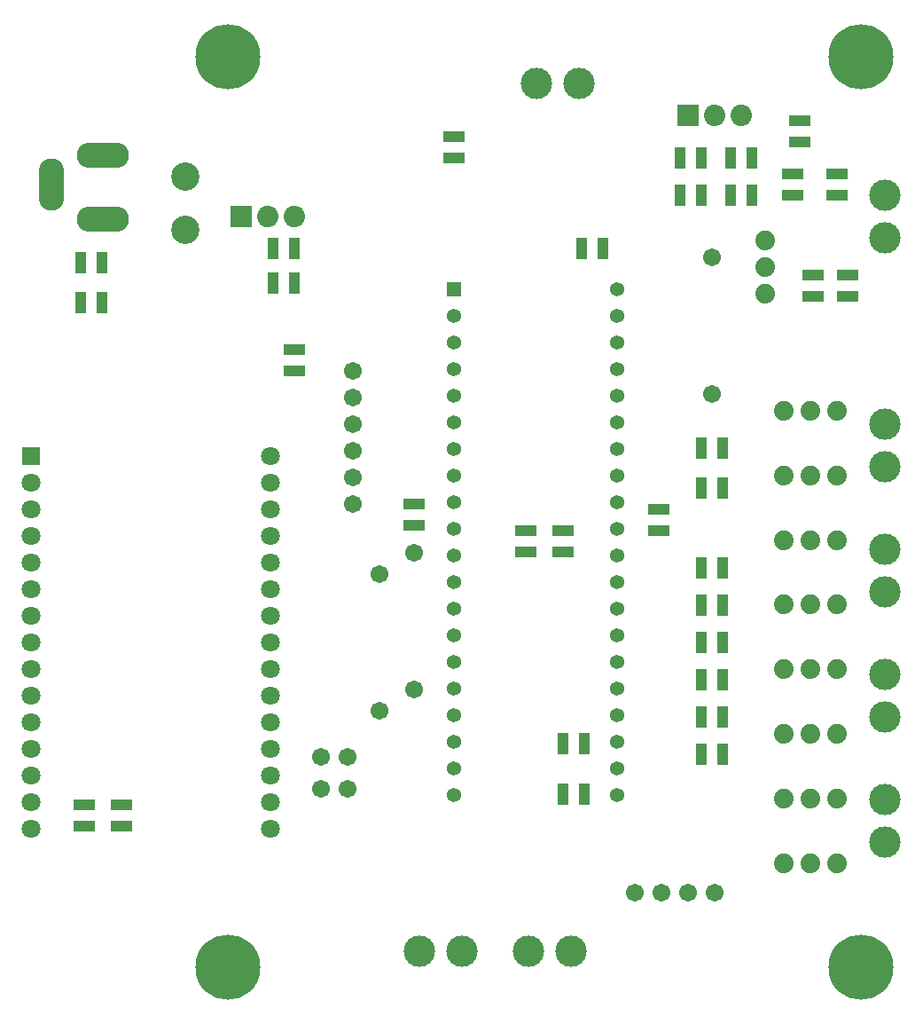
<source format=gbs>
G04 Layer_Color=16711935*
%FSLAX44Y44*%
%MOMM*%
G71*
G01*
G75*
%ADD23C,3.0000*%
%ADD34R,1.0922X2.1082*%
%ADD35R,2.1082X1.0922*%
%ADD36C,1.3622*%
%ADD37R,1.3622X1.3622*%
%ADD38R,1.8032X1.8032*%
%ADD39C,1.8032*%
%ADD40R,2.0482X2.0482*%
%ADD41C,2.0482*%
%ADD42O,5.0032X2.4032*%
%ADD43O,2.4032X5.0032*%
%ADD44C,1.7032*%
%ADD45C,2.7032*%
%ADD46C,1.8796*%
%ADD47C,6.2032*%
D23*
X733060Y240900D02*
D03*
X773700D02*
D03*
X837200D02*
D03*
X877840D02*
D03*
X1177560Y345040D02*
D03*
Y385680D02*
D03*
Y464420D02*
D03*
Y505060D02*
D03*
Y583800D02*
D03*
Y624440D02*
D03*
Y703180D02*
D03*
Y743820D02*
D03*
Y921620D02*
D03*
Y962260D02*
D03*
X885460Y1068940D02*
D03*
X844820D02*
D03*
D34*
X409083Y859390D02*
D03*
X429403D02*
D03*
Y897490D02*
D03*
X409083D02*
D03*
X593360Y878440D02*
D03*
X613680D02*
D03*
Y911460D02*
D03*
X593360D02*
D03*
X888000Y911460D02*
D03*
X908320D02*
D03*
X981980Y962260D02*
D03*
X1002300D02*
D03*
X1030240D02*
D03*
X1050560D02*
D03*
Y997820D02*
D03*
X1030240D02*
D03*
X1002300D02*
D03*
X981980D02*
D03*
X1002300Y720960D02*
D03*
X1022620D02*
D03*
Y682860D02*
D03*
X1002300D02*
D03*
Y606660D02*
D03*
X1022620D02*
D03*
Y571100D02*
D03*
X1002300D02*
D03*
Y535380D02*
D03*
X1022620D02*
D03*
Y499980D02*
D03*
X1002300D02*
D03*
Y464260D02*
D03*
X1022620D02*
D03*
Y428860D02*
D03*
X1002300D02*
D03*
X890540Y439020D02*
D03*
X870220D02*
D03*
Y390760D02*
D03*
X890540D02*
D03*
D35*
X413020Y360280D02*
D03*
X448580D02*
D03*
Y380600D02*
D03*
X413020D02*
D03*
X727980Y647300D02*
D03*
Y667620D02*
D03*
X834660Y642220D02*
D03*
Y621900D02*
D03*
X870220D02*
D03*
Y642220D02*
D03*
X961660D02*
D03*
Y662540D02*
D03*
X1142000Y865740D02*
D03*
Y886060D02*
D03*
X1108980D02*
D03*
Y865740D02*
D03*
X1131840Y962260D02*
D03*
Y982580D02*
D03*
X1096280Y1033380D02*
D03*
Y1013060D02*
D03*
X1089023Y982580D02*
D03*
Y962260D02*
D03*
X766080Y997820D02*
D03*
Y1018140D02*
D03*
X613680Y814940D02*
D03*
Y794620D02*
D03*
D36*
X766050Y389490D02*
D03*
Y414890D02*
D03*
Y440290D02*
D03*
Y465690D02*
D03*
Y491090D02*
D03*
Y516490D02*
D03*
X766050Y541890D02*
D03*
X766050Y567290D02*
D03*
Y592690D02*
D03*
Y618090D02*
D03*
Y643490D02*
D03*
Y668890D02*
D03*
Y694290D02*
D03*
Y719690D02*
D03*
Y745090D02*
D03*
X766050Y770490D02*
D03*
X766050Y795890D02*
D03*
Y821290D02*
D03*
Y846690D02*
D03*
X921630Y694290D02*
D03*
Y668890D02*
D03*
Y643490D02*
D03*
Y618090D02*
D03*
Y592690D02*
D03*
Y567290D02*
D03*
Y541890D02*
D03*
Y516490D02*
D03*
Y491090D02*
D03*
Y465690D02*
D03*
Y440290D02*
D03*
Y414890D02*
D03*
Y389490D02*
D03*
Y719690D02*
D03*
Y745090D02*
D03*
Y770490D02*
D03*
Y795890D02*
D03*
Y821290D02*
D03*
Y846690D02*
D03*
Y872090D02*
D03*
D37*
X766050Y872090D02*
D03*
D38*
X362220Y713340D02*
D03*
D39*
X362220Y357740D02*
D03*
X362220Y383140D02*
D03*
X362220Y408540D02*
D03*
Y433940D02*
D03*
Y459340D02*
D03*
X362220Y484740D02*
D03*
X362220Y510140D02*
D03*
Y535540D02*
D03*
Y560940D02*
D03*
Y586340D02*
D03*
Y611740D02*
D03*
Y637140D02*
D03*
Y662540D02*
D03*
Y687940D02*
D03*
X590820Y459340D02*
D03*
Y433940D02*
D03*
Y408540D02*
D03*
X590820Y383140D02*
D03*
X590820Y357740D02*
D03*
X590820Y484740D02*
D03*
X590820Y510140D02*
D03*
Y535540D02*
D03*
Y560940D02*
D03*
Y586340D02*
D03*
Y611740D02*
D03*
Y637140D02*
D03*
Y662540D02*
D03*
Y687940D02*
D03*
Y713340D02*
D03*
D40*
X562880Y941940D02*
D03*
X989600Y1038460D02*
D03*
D41*
X613680Y941940D02*
D03*
X588280D02*
D03*
X1015000Y1038460D02*
D03*
X1040400D02*
D03*
D42*
X430800Y939400D02*
D03*
Y1000360D02*
D03*
D43*
X381270Y972420D02*
D03*
D44*
X639080Y395840D02*
D03*
X664480D02*
D03*
Y426320D02*
D03*
X639080D02*
D03*
X694960Y470540D02*
D03*
X727980Y490860D02*
D03*
X694960Y600540D02*
D03*
X727980Y620860D02*
D03*
X669560Y718420D02*
D03*
Y693020D02*
D03*
Y667620D02*
D03*
Y743820D02*
D03*
Y769220D02*
D03*
Y794620D02*
D03*
X1012460Y772800D02*
D03*
Y902800D02*
D03*
X938800Y296780D02*
D03*
X964200D02*
D03*
X989600D02*
D03*
X1015000D02*
D03*
D45*
X509540Y929240D02*
D03*
X509540Y980040D02*
D03*
D46*
X1063260Y868280D02*
D03*
Y893680D02*
D03*
Y919080D02*
D03*
X1081040Y756520D02*
D03*
X1106440D02*
D03*
X1131840D02*
D03*
X1081040Y694834D02*
D03*
X1106440D02*
D03*
X1131840D02*
D03*
X1106440Y633148D02*
D03*
X1131840D02*
D03*
X1106440Y571462D02*
D03*
X1131840D02*
D03*
X1081040Y633148D02*
D03*
Y571462D02*
D03*
Y509777D02*
D03*
X1106440D02*
D03*
X1131840D02*
D03*
X1106440Y448091D02*
D03*
X1131840D02*
D03*
X1106440Y386406D02*
D03*
X1131840D02*
D03*
X1106440Y324720D02*
D03*
X1131840D02*
D03*
X1081040Y386406D02*
D03*
Y324720D02*
D03*
Y448091D02*
D03*
D47*
X550180Y225660D02*
D03*
X1154700D02*
D03*
Y1094340D02*
D03*
X550180D02*
D03*
M02*

</source>
